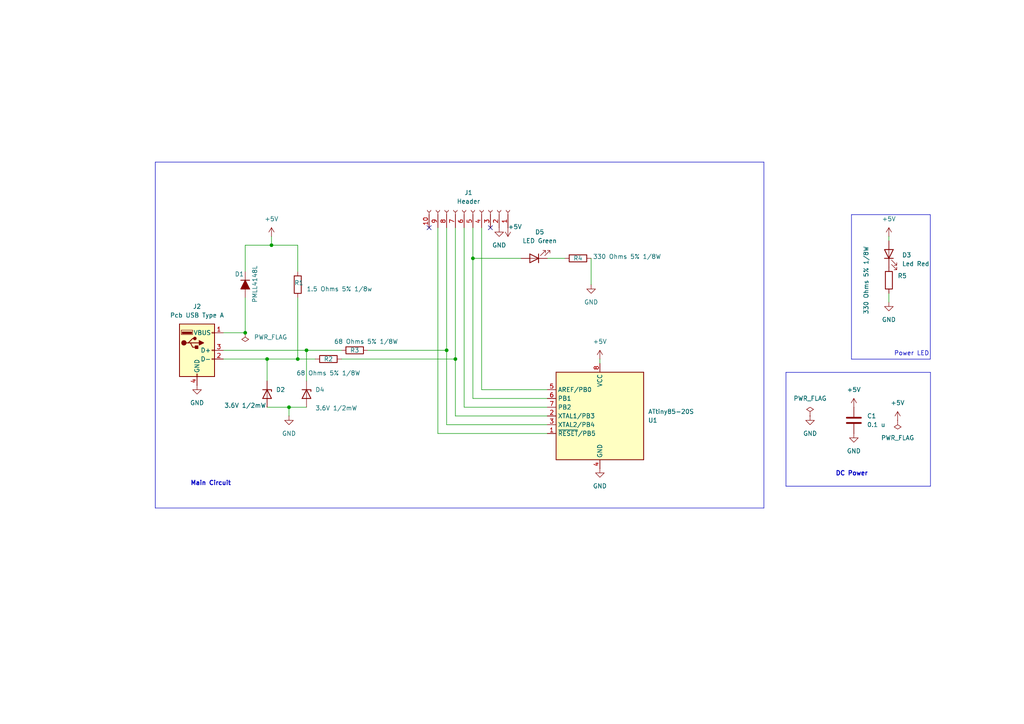
<source format=kicad_sch>
(kicad_sch (version 20231120) (generator "eeschema") (generator_version "8.0")
  (paper "A4")
  (title_block (date "2024-03-18") (rev "version Test2024") (company "UCC") (comment 1 "proyectoBase2024"))
  (lib_symbols
    (symbol "+5V_1" (power) (pin_names (offset 0))
      (property "Value" "+5V_1" (at 0 3.556 0))
      (symbol "+5V_1_0_1"
        (polyline (pts (xy -0.762 1.27) (xy 0 2.54)))
        (polyline (pts (xy 0 0) (xy 0 2.54)))
        (polyline (pts (xy 0 2.54) (xy 0.762 1.27)))
      )
      (symbol "+5V_1_1_1"
        (pin power_in line (at 0 0 90) (length 0) hide (name "+5V") (number "1"))
      )
    )
    (symbol "Connector:Conn_01x10_Socket" (pin_names (offset 1.016) hide)
      (property "Reference" "J" (at 0 12.7 0))
      (property "Value" "Conn_01x10_Socket" (at 0 -15.24 0))
      (symbol "Conn_01x10_Socket_1_1"
        (arc (start 0 -12.192) (mid -0.5058 -12.7) (end 0 -13.208) (stroke (width 0.1524)))
        (arc (start 0 -9.652) (mid -0.5058 -10.16) (end 0 -10.668) (stroke (width 0.1524)))
        (arc (start 0 -7.112) (mid -0.5058 -7.62) (end 0 -8.128) (stroke (width 0.1524)))
        (arc (start 0 -4.572) (mid -0.5058 -5.08) (end 0 -5.588) (stroke (width 0.1524)))
        (arc (start 0 -2.032) (mid -0.5058 -2.54) (end 0 -3.048) (stroke (width 0.1524)))
        (polyline (pts (xy -1.27 -12.7) (xy -0.508 -12.7)) (stroke (width 0.1524)))
        (polyline (pts (xy -1.27 -10.16) (xy -0.508 -10.16)) (stroke (width 0.1524)))
        (polyline (pts (xy -1.27 -7.62) (xy -0.508 -7.62)) (stroke (width 0.1524)))
        (polyline (pts (xy -1.27 -5.08) (xy -0.508 -5.08)) (stroke (width 0.1524)))
        (polyline (pts (xy -1.27 -2.54) (xy -0.508 -2.54)) (stroke (width 0.1524)))
        (polyline (pts (xy -1.27 0) (xy -0.508 0)) (stroke (width 0.1524)))
        (polyline (pts (xy -1.27 2.54) (xy -0.508 2.54)) (stroke (width 0.1524)))
        (polyline (pts (xy -1.27 5.08) (xy -0.508 5.08)) (stroke (width 0.1524)))
        (polyline (pts (xy -1.27 7.62) (xy -0.508 7.62)) (stroke (width 0.1524)))
        (polyline (pts (xy -1.27 10.16) (xy -0.508 10.16)) (stroke (width 0.1524)))
        (arc (start 0 0.508) (mid -0.5058 0) (end 0 -0.508) (stroke (width 0.1524)))
        (arc (start 0 3.048) (mid -0.5058 2.54) (end 0 2.032) (stroke (width 0.1524)))
        (arc (start 0 5.588) (mid -0.5058 5.08) (end 0 4.572) (stroke (width 0.1524)))
        (arc (start 0 8.128) (mid -0.5058 7.62) (end 0 7.112) (stroke (width 0.1524)))
        (arc (start 0 10.668) (mid -0.5058 10.16) (end 0 9.652) (stroke (width 0.1524)))
        (pin passive line (at -5.08 10.16 0) (length 3.81) (name "Pin_1") (number "1"))
        (pin passive line (at -5.08 -12.7 0) (length 3.81) (name "Pin_10") (number "10"))
        (pin passive line (at -5.08 7.62 0) (length 3.81) (name "Pin_2") (number "2"))
        (pin passive line (at -5.08 5.08 0) (length 3.81) (name "Pin_3") (number "3"))
        (pin passive line (at -5.08 2.54 0) (length 3.81) (name "Pin_4") (number "4"))
        (pin passive line (at -5.08 0 0) (length 3.81) (name "Pin_5") (number "5"))
        (pin passive line (at -5.08 -2.54 0) (length 3.81) (name "Pin_6") (number "6"))
        (pin passive line (at -5.08 -5.08 0) (length 3.81) (name "Pin_7") (number "7"))
        (pin passive line (at -5.08 -7.62 0) (length 3.81) (name "Pin_8") (number "8"))
        (pin passive line (at -5.08 -10.16 0) (length 3.81) (name "Pin_9") (number "9"))
      )
    )
    (symbol "Connector:USB_A" (pin_names (offset 1.016))
      (property "Reference" "J2" (at 0 12.7 0))
      (property "Value" "USB_A" (at 0 10.16 0))
      (symbol "USB_A_0_1"
        (rectangle (start -5.08 -7.62) (end 5.08 7.62) (stroke (width 0.254)) (fill (type background)))
        (circle (center -3.81 2.159) (radius 0.635) (stroke (width 0.254)) (fill (type outline)))
        (rectangle (start -1.524 4.826) (end -4.318 5.334) (fill (type outline)))
        (rectangle (start -1.27 4.572) (end -4.572 5.842))
        (circle (center -0.635 3.429) (radius 0.381) (stroke (width 0.254)) (fill (type outline)))
        (rectangle (start -0.127 -7.62) (end 0.127 -6.858))
        (polyline (pts (xy -3.175 2.159) (xy -2.54 2.159) (xy -1.27 3.429) (xy -0.635 3.429)) (stroke (width 0.254)))
        (polyline (pts (xy -2.54 2.159) (xy -1.905 2.159) (xy -1.27 0.889) (xy 0 0.889)) (stroke (width 0.254)))
        (polyline (pts (xy 0.635 2.794) (xy 0.635 1.524) (xy 1.905 2.159) (xy 0.635 2.794)) (stroke (width 0.254)) (fill (type outline)))
        (rectangle (start 0.254 1.27) (end -0.508 0.508) (stroke (width 0.254)) (fill (type outline)))
        (rectangle (start 5.08 -2.667) (end 4.318 -2.413))
        (rectangle (start 5.08 -0.127) (end 4.318 0.127))
        (rectangle (start 5.08 4.953) (end 4.318 5.207))
      )
      (symbol "USB_A_1_1"
        (polyline (pts (xy -1.905 2.159) (xy 0.635 2.159)) (stroke (width 0.254)))
        (pin power_in line (at 7.62 5.08 180) (length 2.54) (name "VBUS") (number "1"))
        (pin bidirectional line (at 7.62 -2.54 180) (length 2.54) (name "D-") (number "2"))
        (pin bidirectional line (at 7.62 0 180) (length 2.54) (name "D+") (number "3"))
        (pin power_in line (at 0 -10.16 90) (length 2.54) (name "GND") (number "4"))
      )
    )
    (symbol "D_Filled_1" (pin_numbers hide) (pin_names (offset 1.016) hide)
      (property "Reference" "D" (at 0 2.54 0))
      (property "Value" "D_Filled" (at 0 -2.54 0))
      (symbol "D_Filled_1_0_1"
        (polyline (pts (xy -1.27 1.27) (xy -1.27 -1.27)) (stroke (width 0.254)))
        (polyline (pts (xy 1.27 0) (xy -1.27 0)))
        (polyline (pts (xy 1.27 1.27) (xy 1.27 -1.27) (xy -1.27 0) (xy 1.27 1.27)) (stroke (width 0.254)) (fill (type outline)))
      )
      (symbol "D_Filled_1_1_1"
        (pin passive line (at -3.81 0 0) (length 2.54) (name "K") (number "1"))
        (pin passive line (at 3.81 0 180) (length 2.54) (name "A") (number "2"))
      )
    )
    (symbol "Device:C" (pin_numbers hide) (pin_names (offset 0.254))
      (property "Reference" "C" (at 0.635 2.54 0))
      (property "Value" "C" (at 0.635 -2.54 0))
      (symbol "C_0_1"
        (polyline (pts (xy -2.032 -0.762) (xy 2.032 -0.762)) (stroke (width 0.508)))
        (polyline (pts (xy -2.032 0.762) (xy 2.032 0.762)) (stroke (width 0.508)))
      )
      (symbol "C_1_1"
        (pin passive line (at 0 3.81 270) (length 2.794) (name "~") (number "1"))
        (pin passive line (at 0 -3.81 90) (length 2.794) (name "~") (number "2"))
      )
    )
    (symbol "Device:D_Zener" (pin_numbers hide) (pin_names (offset 1.016) hide)
      (property "Reference" "D" (at 0 2.54 0))
      (property "Value" "D_Zener" (at 0 -2.54 0))
      (symbol "D_Zener_0_1"
        (polyline (pts (xy 1.27 0) (xy -1.27 0)))
        (polyline (pts (xy -1.27 -1.27) (xy -1.27 1.27) (xy -0.762 1.27)) (stroke (width 0.254)))
        (polyline (pts (xy 1.27 -1.27) (xy 1.27 1.27) (xy -1.27 0) (xy 1.27 -1.27)) (stroke (width 0.254)))
      )
      (symbol "D_Zener_1_1"
        (pin passive line (at -3.81 0 0) (length 2.54) (name "K") (number "1"))
        (pin passive line (at 3.81 0 180) (length 2.54) (name "A") (number "2"))
      )
    )
    (symbol "Device:LED" (pin_numbers hide) (pin_names (offset 1.016) hide)
      (property "Reference" "D" (at 0 2.54 0))
      (property "Value" "LED" (at 0 -2.54 0))
      (symbol "LED_0_1"
        (polyline (pts (xy -1.27 -1.27) (xy -1.27 1.27)) (stroke (width 0.254)))
        (polyline (pts (xy -1.27 0) (xy 1.27 0)))
        (polyline (pts (xy 1.27 -1.27) (xy 1.27 1.27) (xy -1.27 0) (xy 1.27 -1.27)) (stroke (width 0.254)))
        (polyline (pts (xy -3.048 -0.762) (xy -4.572 -2.286) (xy -3.81 -2.286) (xy -4.572 -2.286) (xy -4.572 -1.524)))
        (polyline (pts (xy -1.778 -0.762) (xy -3.302 -2.286) (xy -2.54 -2.286) (xy -3.302 -2.286) (xy -3.302 -1.524)))
      )
      (symbol "LED_1_1"
        (pin passive line (at -3.81 0 0) (length 2.54) (name "K") (number "1"))
        (pin passive line (at 3.81 0 180) (length 2.54) (name "A") (number "2"))
      )
    )
    (symbol "Device:R" (pin_numbers hide) (pin_names (offset 0))
      (property "Reference" "R" (at 2.032 0 90))
      (property "Value" "R" (at 0 0 90))
      (symbol "R_0_1"
        (rectangle (start -1.016 -2.54) (end 1.016 2.54) (stroke (width 0.254)))
      )
      (symbol "R_1_1"
        (pin passive line (at 0 3.81 270) (length 1.27) (name "~") (number "1"))
        (pin passive line (at 0 -3.81 90) (length 1.27) (name "~") (number "2"))
      )
    )
    (symbol "GND_1" (power) (pin_names (offset 0))
      (property "Value" "GND_1" (at 0 -3.81 0))
      (symbol "GND_1_0_1"
        (polyline (pts (xy 0 0) (xy 0 -1.27) (xy 1.27 -1.27) (xy 0 -2.54) (xy -1.27 -1.27) (xy 0 -1.27)))
      )
      (symbol "GND_1_1_1"
        (pin power_in line (at 0 0 270) (length 0) hide (name "GND") (number "1"))
      )
    )
    (symbol "MCU_Microchip_ATtiny:ATtiny85-20S"
      (property "Reference" "U" (at -12.7 13.97 0))
      (property "Value" "ATtiny85-20S" (at 2.54 -13.97 0))
      (symbol "ATtiny85-20S_0_1"
        (rectangle (start -12.7 -12.7) (end 12.7 12.7) (stroke (width 0.254)) (fill (type background)))
      )
      (symbol "ATtiny85-20S_1_1"
        (pin bidirectional line (at 15.24 -5.08 180) (length 2.54) (name "~{RESET}/PB5") (number "1"))
        (pin bidirectional line (at 15.24 0 180) (length 2.54) (name "XTAL1/PB3") (number "2"))
        (pin bidirectional line (at 15.24 -2.54 180) (length 2.54) (name "XTAL2/PB4") (number "3"))
        (pin power_in line (at 0 -15.24 90) (length 2.54) (name "GND") (number "4"))
        (pin bidirectional line (at 15.24 7.62 180) (length 2.54) (name "AREF/PB0") (number "5"))
        (pin bidirectional line (at 15.24 5.08 180) (length 2.54) (name "PB1") (number "6"))
        (pin bidirectional line (at 15.24 2.54 180) (length 2.54) (name "PB2") (number "7"))
        (pin power_in line (at 0 15.24 270) (length 2.54) (name "VCC") (number "8"))
      )
    )
    (symbol "PWR_FLAG_1" (power) (pin_numbers hide) (pin_names (offset 0) hide)
      (property "Value" "PWR_FLAG_1" (at 0 3.81 0))
      (symbol "PWR_FLAG_1_0_0"
        (pin power_out line (at 0 0 90) (length 0) (name "pwr") (number "1"))
      )
      (symbol "PWR_FLAG_1_0_1"
        (polyline (pts (xy 0 0) (xy 0 1.27) (xy -1.016 1.905) (xy 0 2.54) (xy 1.016 1.905) (xy 0 1.27)))
      )
    )
    (symbol "power:+5V" (power) (pin_numbers hide) (pin_names (offset 0) hide)
      (property "Value" "+5V" (at 0 3.556 0))
      (symbol "+5V_0_1"
        (polyline (pts (xy -0.762 1.27) (xy 0 2.54)))
        (polyline (pts (xy 0 0) (xy 0 2.54)))
        (polyline (pts (xy 0 2.54) (xy 0.762 1.27)))
      )
      (symbol "+5V_1_1"
        (pin power_in line (at 0 0 90) (length 0) (name "~") (number "1"))
      )
    )
    (symbol "power:GND" (power) (pin_numbers hide) (pin_names (offset 0) hide)
      (property "Value" "GND" (at 0 -3.81 0))
      (symbol "GND_0_1"
        (polyline (pts (xy 0 0) (xy 0 -1.27) (xy 1.27 -1.27) (xy 0 -2.54) (xy -1.27 -1.27) (xy 0 -1.27)))
      )
      (symbol "GND_1_1"
        (pin power_in line (at 0 0 270) (length 0) (name "~") (number "1"))
      )
    )
    (symbol "power:PWR_FLAG" (power) (pin_numbers hide) (pin_names (offset 0) hide)
      (property "Value" "PWR_FLAG" (at 0 3.81 0))
      (symbol "PWR_FLAG_0_0"
        (pin power_out line (at 0 0 90) (length 0) (name "~") (number "1"))
      )
      (symbol "PWR_FLAG_0_1"
        (polyline (pts (xy 0 0) (xy 0 1.27) (xy -1.016 1.905) (xy 0 2.54) (xy 1.016 1.905) (xy 0 1.27)))
      )
    )
  )
  (junction (at 86.36 104.14))
  (junction (at 78.74 71.12))
  (junction (at 129.54 101.6))
  (junction (at 137.16 74.93))
  (junction (at 132.08 104.14))
  (junction (at 71.12 96.52))
  (junction (at 88.9 101.6))
  (junction (at 77.47 104.14))
  (junction (at 83.82 118.11))
  (no_connect (at 124.46 66.04))
  (no_connect (at 142.24 66.04))
  (polyline (pts (xy 45.0342 147.3454) (xy 45.0342 47.0154)))
  (polyline (pts (xy 221.5642 47.0154) (xy 221.5642 147.3454)))
  (wire (pts (xy 173.99 104.14) (xy 173.99 105.41)))
  (wire (pts (xy 99.06 104.14) (xy 132.08 104.14)))
  (wire (pts (xy 257.81 68.58) (xy 257.81 69.85)))
  (wire (pts (xy 78.74 68.58) (xy 78.74 71.12)))
  (wire (pts (xy 137.16 66.04) (xy 137.16 74.93)))
  (wire (pts (xy 77.47 104.14) (xy 86.36 104.14)))
  (wire (pts (xy 71.12 71.12) (xy 71.12 78.74)))
  (wire (pts (xy 137.16 115.57) (xy 158.75 115.57)))
  (polyline (pts (xy 269.8242 62.2554) (xy 269.8242 104.1654)))
  (wire (pts (xy 127 66.04) (xy 127 125.73)))
  (wire (pts (xy 158.75 74.93) (xy 163.83 74.93)))
  (polyline (pts (xy 227.965 108.0008) (xy 269.875 108.0008)))
  (wire (pts (xy 86.36 78.74) (xy 86.36 71.12)))
  (wire (pts (xy 139.7 66.04) (xy 139.7 113.03)))
  (wire (pts (xy 71.12 96.52) (xy 71.12 86.36)))
  (wire (pts (xy 77.47 110.49) (xy 77.47 104.14)))
  (wire (pts (xy 132.08 66.04) (xy 132.08 104.14)))
  (polyline (pts (xy 269.8242 104.1654) (xy 246.9642 104.1654)))
  (wire (pts (xy 129.54 66.04) (xy 129.54 101.6)))
  (polyline (pts (xy 227.965 141.0208) (xy 227.965 108.0008)))
  (polyline (pts (xy 221.5642 147.3454) (xy 45.0342 147.3454)))
  (wire (pts (xy 64.77 96.52) (xy 71.12 96.52)))
  (wire (pts (xy 137.16 74.93) (xy 137.16 115.57)))
  (wire (pts (xy 137.16 74.93) (xy 151.13 74.93)))
  (wire (pts (xy 86.36 71.12) (xy 78.74 71.12)))
  (wire (pts (xy 129.54 123.19) (xy 158.75 123.19)))
  (wire (pts (xy 129.54 101.6) (xy 129.54 123.19)))
  (wire (pts (xy 132.08 104.14) (xy 132.08 120.65)))
  (wire (pts (xy 77.47 118.11) (xy 83.82 118.11)))
  (wire (pts (xy 78.74 71.12) (xy 71.12 71.12)))
  (wire (pts (xy 64.77 101.6) (xy 88.9 101.6)))
  (wire (pts (xy 139.7 113.03) (xy 158.75 113.03)))
  (wire (pts (xy 134.62 66.04) (xy 134.62 118.11)))
  (wire (pts (xy 171.45 74.93) (xy 171.45 82.55)))
  (polyline (pts (xy 246.9642 104.1654) (xy 246.9642 62.2554)))
  (wire (pts (xy 106.68 101.6) (xy 129.54 101.6)))
  (polyline (pts (xy 246.9642 62.2554) (xy 269.8242 62.2554)))
  (wire (pts (xy 132.08 120.65) (xy 158.75 120.65)))
  (wire (pts (xy 127 125.73) (xy 158.75 125.73)))
  (wire (pts (xy 88.9 101.6) (xy 99.06 101.6)))
  (wire (pts (xy 134.62 118.11) (xy 158.75 118.11)))
  (wire (pts (xy 83.82 118.11) (xy 88.9 118.11)))
  (wire (pts (xy 83.82 118.11) (xy 83.82 120.65)))
  (wire (pts (xy 64.77 104.14) (xy 77.47 104.14)))
  (polyline (pts (xy 269.875 108.0008) (xy 269.875 141.0208)))
  (polyline (pts (xy 45.0342 47.0154) (xy 221.5642 47.0154)))
  (wire (pts (xy 86.36 86.36) (xy 86.36 104.14)))
  (wire (pts (xy 88.9 101.6) (xy 88.9 110.49)))
  (polyline (pts (xy 269.875 141.0208) (xy 227.965 141.0208)))
  (wire (pts (xy 86.36 104.14) (xy 91.44 104.14)))
  (wire (pts (xy 257.81 85.09) (xy 257.81 87.63)))
  (text "Power LED\n" (at 264.414 102.616 0) (effects (font (size 1.27 1.27))))
  (text "Main Circuit" (at 55.1942 140.9954 0) (effects (font (size 1.27 1.27) (thickness 0.254) (bold yes)) (justify left bottom)))
  (text "DC Power\n" (at 242.316 138.176 0) (effects (font (size 1.27 1.27) (thickness 0.254) (bold yes)) (justify left bottom)))
  (symbol (lib_id "power:GND") (at 171.45 82.55 0) (unit 1)
    (property "Reference" "#PWR04" (effects (hide yes)))
    (property "Value" "GND" (at 171.45 87.63 0))
    (property "Description" "Power symbol creates a global label with name \"GND\" , ground" (effects (hide yes)))
  )
  (symbol (lib_id "Device:LED") (at 257.81 73.66 90) (unit 1)
    (property "Reference" "D3" (at 261.62 73.9774 90) (effects (justify right)))
    (property "Value" "Led Red" (at 261.62 76.5174 90) (effects (justify right)))
    (property "Footprint" "ledSmd:ledSMD" (effects (hide yes)))
  )
  (symbol (lib_id "Device:R") (at 86.36 82.55 0) (unit 1)
    (property "Reference" "R1" (at 85.344 82.042 0) (effects (justify left)))
    (property "Value" "1.5 Ohms 5% 1/8w" (at 88.9 83.82 0) (effects (justify left)))
    (property "Footprint" "Resistor_SMD:R_0805_2012Metric_Pad1.20x1.40mm_HandSolder" (effects (hide yes)))
  )
  (symbol (lib_id "Device:D_Zener") (at 77.47 114.3 270) (unit 1)
    (property "Reference" "D2" (at 80.01 113.03 90) (effects (justify left)))
    (property "Value" "3.6V 1/2mW" (at 65.024 117.602 90) (effects (justify left)))
    (property "Footprint" "Diode_SMD:D_SOD-123" (effects (hide yes)))
  )
  (symbol (lib_id "power:+5V") (at 260.35 121.92 0) (unit 1)
    (property "Reference" "#PWR06" (effects (hide yes)))
    (property "Value" "+5V" (at 260.35 116.84 0))
    (property "Description" "Power symbol creates a global label with name \"+5V\"" (effects (hide yes)))
  )
  (symbol (lib_id "Device:LED") (at 154.94 74.93 180) (unit 1)
    (property "Reference" "D5" (at 156.5275 67.31 0))
    (property "Value" "LED Green" (at 156.5275 69.85 0))
    (property "Footprint" "ledSmd:ledSMD" (effects (hide yes)))
    (property "Description" "Light emitting diode" (effects (hide yes)))
  )
  (symbol (lib_id "Device:R") (at 167.64 74.93 270) (unit 1)
    (property "Reference" "R4" (at 167.64 74.93 90))
    (property "Value" "330 Ohms 5% 1/8W" (at 181.864 74.422 90))
    (property "Footprint" "Resistor_SMD:R_0805_2012Metric_Pad1.20x1.40mm_HandSolder" (effects (hide yes)))
    (property "Description" "Resistor" (effects (hide yes)))
  )
  (symbol (lib_id "MCU_Microchip_ATtiny:ATtiny85-20S") (at 173.99 120.65 0) (mirror y) (unit 1)
    (property "Reference" "U1" (at 187.96 121.9201 0) (effects (justify right)))
    (property "Value" "ATtiny85-20S" (at 187.96 119.3801 0) (effects (justify right)))
    (property "Footprint" "Package_SO:SOIC-8W_5.3x5.3mm_P1.27mm" (effects (hide yes)))
    (property "Datasheet" "http://ww1.microchip.com/downloads/en/DeviceDoc/atmel-2586-avr-8-bit-microcontroller-attiny25-attiny45-attiny85_datasheet.pdf" (effects (hide yes)))
  )
  (symbol (lib_id "power:GND") (at 173.99 135.89 0) (unit 1)
    (property "Reference" "#PWR010" (effects (hide yes)))
    (property "Value" "GND" (at 173.99 140.97 0))
    (property "Description" "Power symbol creates a global label with name \"GND\" , ground" (effects (hide yes)))
  )
  (symbol (lib_id "power:+5V") (at 147.32 66.04 180) (unit 1)
    (property "Reference" "#PWR011" (effects (hide yes)))
    (property "Value" "+5V" (at 149.352 65.786 0))
    (property "Description" "Power symbol creates a global label with name \"+5V\"" (effects (hide yes)))
  )
  (symbol (lib_id "power:PWR_FLAG") (at 234.95 120.65 0) (unit 1)
    (property "Reference" "#FLG02" (effects (hide yes)))
    (property "Value" "PWR_FLAG" (at 234.95 115.57 0))
    (property "Description" "Special symbol for telling ERC where power comes from" (effects (hide yes)))
  )
  (symbol (lib_id "Connector:Conn_01x10_Socket") (at 137.16 60.96 270) (mirror x) (unit 1)
    (property "Reference" "J1" (at 135.89 55.88 90))
    (property "Value" "Header" (at 135.89 58.42 90))
    (property "Footprint" "Connector_PinHeader_2.54mm:PinHeader_1x10_P2.54mm_Vertical" (effects (hide yes)))
  )
  (symbol (lib_name "PWR_FLAG_1") (lib_id "power:PWR_FLAG") (at 71.12 96.52 180) (unit 1)
    (property "Reference" "#FLG01" (effects (hide yes)))
    (property "Value" "PWR_FLAG" (at 73.66 97.7899 0) (effects (justify right)))
  )
  (symbol (lib_id "Device:R") (at 257.81 81.28 0) (unit 1)
    (property "Reference" "R5" (at 260.35 80.0099 0) (effects (justify left)))
    (property "Value" "330 Ohms 5% 1/8W" (at 251.206 91.186 90) (effects (justify left)))
    (property "Footprint" "Resistor_SMD:R_0805_2012Metric_Pad1.20x1.40mm_HandSolder" (effects (hide yes)))
    (property "Description" "Resistor" (effects (hide yes)))
  )
  (symbol (lib_id "power:+5V") (at 257.81 68.58 0) (unit 1)
    (property "Reference" "#PWR07" (effects (hide yes)))
    (property "Value" "+5V" (at 257.81 63.5 0))
    (property "Description" "Power symbol creates a global label with name \"+5V\"" (effects (hide yes)))
  )
  (symbol (lib_id "Connector:USB_A") (at 57.15 101.6 0) (unit 1)
    (property "Reference" "J2" (at 57.15 88.9 0))
    (property "Value" "Pcb USB Type A" (at 57.15 91.44 0))
    (property "Footprint" "embeddedPcbUsb:USB_A_UCC" (effects (hide yes)))
  )
  (symbol (lib_name "GND_1") (lib_id "power:GND") (at 257.81 87.63 0) (unit 1)
    (property "Reference" "#PWR02" (effects (hide yes)))
    (property "Value" "GND" (at 257.81 92.71 0))
  )
  (symbol (lib_name "+5V_1") (lib_id "power:+5V") (at 78.74 68.58 0) (unit 1)
    (property "Reference" "#PWR01" (effects (hide yes)))
    (property "Value" "+5V" (at 78.74 63.5 0))
  )
  (symbol (lib_id "power:GND") (at 57.15 111.76 0) (unit 1)
    (property "Reference" "#PWR03" (effects (hide yes)))
    (property "Value" "GND" (at 57.15 116.84 0))
    (property "Description" "Power symbol creates a global label with name \"GND\" , ground" (effects (hide yes)))
  )
  (symbol (lib_id "power:+5V") (at 173.99 104.14 0) (unit 1)
    (property "Reference" "#PWR012" (effects (hide yes)))
    (property "Value" "+5V" (at 173.99 99.06 0))
    (property "Description" "Power symbol creates a global label with name \"+5V\"" (effects (hide yes)))
  )
  (symbol (lib_id "Device:R") (at 102.87 101.6 270) (unit 1)
    (property "Reference" "R3" (at 102.87 101.6 90))
    (property "Value" "68 Ohms 5% 1/8W" (at 106.172 99.06 90))
    (property "Footprint" "Resistor_SMD:R_0805_2012Metric_Pad1.20x1.40mm_HandSolder" (effects (hide yes)))
    (property "Description" "Resistor" (effects (hide yes)))
  )
  (symbol (lib_id "power:GND") (at 83.82 120.65 0) (unit 1)
    (property "Reference" "#PWR08" (effects (hide yes)))
    (property "Value" "GND" (at 83.82 125.73 0))
    (property "Description" "Power symbol creates a global label with name \"GND\" , ground" (effects (hide yes)))
  )
  (symbol (lib_id "power:PWR_FLAG") (at 260.35 121.92 180) (unit 1)
    (property "Reference" "#FLG03" (effects (hide yes)))
    (property "Value" "PWR_FLAG" (at 260.35 127 0))
    (property "Description" "Special symbol for telling ERC where power comes from" (effects (hide yes)))
  )
  (symbol (lib_id "Device:R") (at 95.25 104.14 270) (unit 1)
    (property "Reference" "R2" (at 95.25 104.14 90))
    (property "Value" "68 Ohms 5% 1/8W" (at 95.25 108.204 90))
    (property "Footprint" "Resistor_SMD:R_0805_2012Metric_Pad1.20x1.40mm_HandSolder" (effects (hide yes)))
    (property "Description" "Resistor" (effects (hide yes)))
  )
  (symbol (lib_id "Device:C") (at 247.65 121.92 0) (unit 1)
    (property "Reference" "C1" (at 251.46 120.65 0) (effects (justify left)))
    (property "Value" "0.1 u" (at 251.46 123.19 0) (effects (justify left)))
    (property "Footprint" "Capacitor_SMD:C_0805_2012Metric_Pad1.18x1.45mm_HandSolder" (effects (hide yes)))
  )
  (symbol (lib_id "power:GND") (at 234.95 120.65 0) (unit 1)
    (property "Reference" "#PWR05" (effects (hide yes)))
    (property "Value" "GND" (at 234.95 125.73 0))
    (property "Description" "Power symbol creates a global label with name \"GND\" , ground" (effects (hide yes)))
  )
  (symbol (lib_id "power:GND") (at 144.78 66.04 0) (unit 1)
    (property "Reference" "#PWR09" (effects (hide yes)))
    (property "Value" "GND" (at 144.78 71.12 0))
    (property "Description" "Power symbol creates a global label with name \"GND\" , ground" (effects (hide yes)))
  )
  (symbol (lib_id "power:+5V") (at 247.65 118.11 0) (unit 1)
    (property "Reference" "#PWR014" (effects (hide yes)))
    (property "Value" "+5V" (at 247.65 113.03 0))
    (property "Description" "Power symbol creates a global label with name \"+5V\"" (effects (hide yes)))
  )
  (symbol (lib_name "D_Filled_1") (lib_id "Device:D_Filled") (at 71.12 82.55 270) (unit 1)
    (property "Reference" "D1" (at 68.072 79.502 90) (effects (justify left)))
    (property "Value" "PMLL4148L" (at 73.914 76.962 0) (effects (justify left)))
    (property "Footprint" "Diode_SMD:D_MiniMELF" (effects (hide yes)))
    (property "Sim.Device" "D" (effects (hide yes)))
    (property "Sim.Pins" "1=K 2=A" (effects (hide yes)))
  )
  (symbol (lib_id "power:GND") (at 247.65 125.73 0) (unit 1)
    (property "Reference" "#PWR013" (effects (hide yes)))
    (property "Value" "GND" (at 247.65 130.81 0))
    (property "Description" "Power symbol creates a global label with name \"GND\" , ground" (effects (hide yes)))
  )
  (symbol (lib_id "Device:D_Zener") (at 88.9 114.3 270) (unit 1)
    (property "Reference" "D4" (at 91.44 113.0299 90) (effects (justify left)))
    (property "Value" "3.6V 1/2mW" (at 91.44 118.364 90) (effects (justify left)))
    (property "Footprint" "Diode_SMD:D_SOD-123" (effects (hide yes)))
    (property "Description" "Zener diode" (effects (hide yes)))
  )
)
</source>
